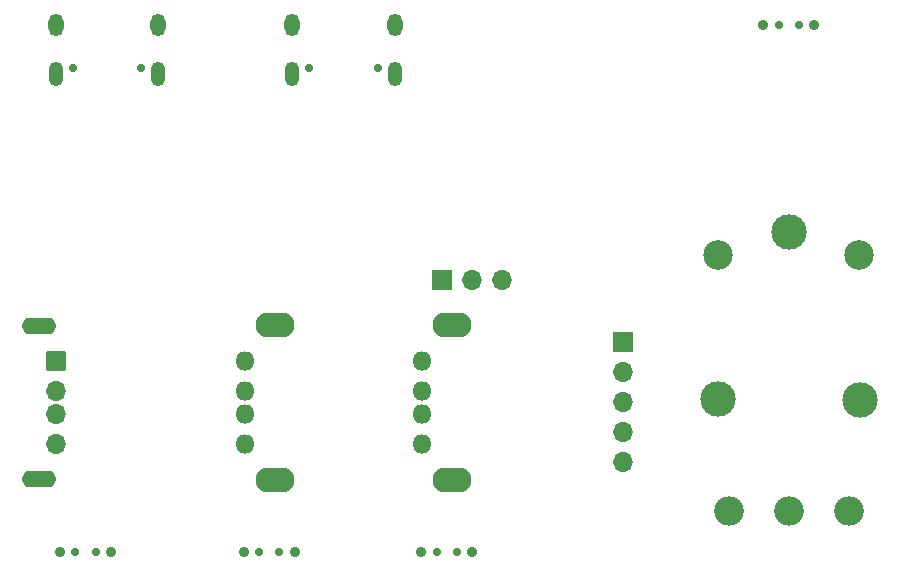
<source format=gbs>
G04 #@! TF.GenerationSoftware,KiCad,Pcbnew,8.0.2*
G04 #@! TF.CreationDate,2024-06-10T19:24:07+08:00*
G04 #@! TF.ProjectId,pppc_usb_hub,70707063-5f75-4736-925f-6875622e6b69,Rev3*
G04 #@! TF.SameCoordinates,Original*
G04 #@! TF.FileFunction,Soldermask,Bot*
G04 #@! TF.FilePolarity,Negative*
%FSLAX46Y46*%
G04 Gerber Fmt 4.6, Leading zero omitted, Abs format (unit mm)*
G04 Created by KiCad (PCBNEW 8.0.2) date 2024-06-10 19:24:07*
%MOMM*%
%LPD*%
G01*
G04 APERTURE LIST*
G04 Aperture macros list*
%AMRoundRect*
0 Rectangle with rounded corners*
0 $1 Rounding radius*
0 $2 $3 $4 $5 $6 $7 $8 $9 X,Y pos of 4 corners*
0 Add a 4 corners polygon primitive as box body*
4,1,4,$2,$3,$4,$5,$6,$7,$8,$9,$2,$3,0*
0 Add four circle primitives for the rounded corners*
1,1,$1+$1,$2,$3*
1,1,$1+$1,$4,$5*
1,1,$1+$1,$6,$7*
1,1,$1+$1,$8,$9*
0 Add four rect primitives between the rounded corners*
20,1,$1+$1,$2,$3,$4,$5,0*
20,1,$1+$1,$4,$5,$6,$7,0*
20,1,$1+$1,$6,$7,$8,$9,0*
20,1,$1+$1,$8,$9,$2,$3,0*%
G04 Aperture macros list end*
%ADD10C,0.700000*%
%ADD11O,1.200000X2.100000*%
%ADD12O,1.300000X1.900000*%
%ADD13C,0.900000*%
%ADD14RoundRect,0.050000X0.800000X-0.800000X0.800000X0.800000X-0.800000X0.800000X-0.800000X-0.800000X0*%
%ADD15O,1.700000X1.700000*%
%ADD16O,2.900000X1.400000*%
%ADD17R,1.700000X1.700000*%
%ADD18C,2.500000*%
%ADD19C,3.000000*%
%ADD20O,3.301600X2.101600*%
%ADD21O,1.625600X1.625600*%
%ADD22O,2.501600X2.501600*%
G04 APERTURE END LIST*
D10*
X122988900Y-86293400D03*
X117208900Y-86293400D03*
D11*
X124424000Y-86813600D03*
D12*
X124424000Y-82613500D03*
D11*
X115774000Y-86813600D03*
D12*
X115774000Y-82613500D03*
D13*
X116100000Y-127275000D03*
D10*
X117400000Y-127275000D03*
X119100000Y-127275000D03*
D13*
X120400000Y-127275000D03*
D14*
X115774000Y-111099900D03*
D15*
X115774000Y-113600000D03*
X115774000Y-115600000D03*
X115774000Y-118099900D03*
D16*
X114273800Y-108150000D03*
X114273800Y-121049800D03*
D17*
X163800000Y-109480000D03*
D15*
X163800000Y-112020000D03*
X163800000Y-114560000D03*
X163800000Y-117100000D03*
X163800000Y-119640000D03*
D18*
X183770000Y-102150000D03*
D19*
X183820000Y-114400000D03*
X171770000Y-114350000D03*
D18*
X171770000Y-102150000D03*
D19*
X177820000Y-100200000D03*
D20*
X134273800Y-108029900D03*
X134273800Y-121169900D03*
D21*
X131773600Y-111099800D03*
X131773600Y-113599100D03*
X131773600Y-115600700D03*
X131773600Y-118100000D03*
D22*
X172740000Y-123800000D03*
X177820000Y-123800000D03*
X182900000Y-123800000D03*
D21*
X146773600Y-118100000D03*
X146773600Y-115600700D03*
X146773600Y-113599100D03*
X146773600Y-111099800D03*
D20*
X149273800Y-121169900D03*
X149273800Y-108029900D03*
D13*
X146674100Y-127275000D03*
D10*
X147974100Y-127275000D03*
X149674100Y-127275000D03*
D13*
X150974100Y-127275000D03*
D10*
X142988900Y-86293400D03*
X137208900Y-86293400D03*
D11*
X144424000Y-86813600D03*
D12*
X144424000Y-82613500D03*
D11*
X135774000Y-86813600D03*
D12*
X135774000Y-82613500D03*
D17*
X148420000Y-104200000D03*
D15*
X150960000Y-104200000D03*
X153500000Y-104200000D03*
D13*
X179949900Y-82663500D03*
D10*
X178649900Y-82663500D03*
X176949900Y-82663500D03*
D13*
X175649900Y-82663500D03*
X131674100Y-127275000D03*
D10*
X132974100Y-127275000D03*
X134674100Y-127275000D03*
D13*
X135974100Y-127275000D03*
M02*

</source>
